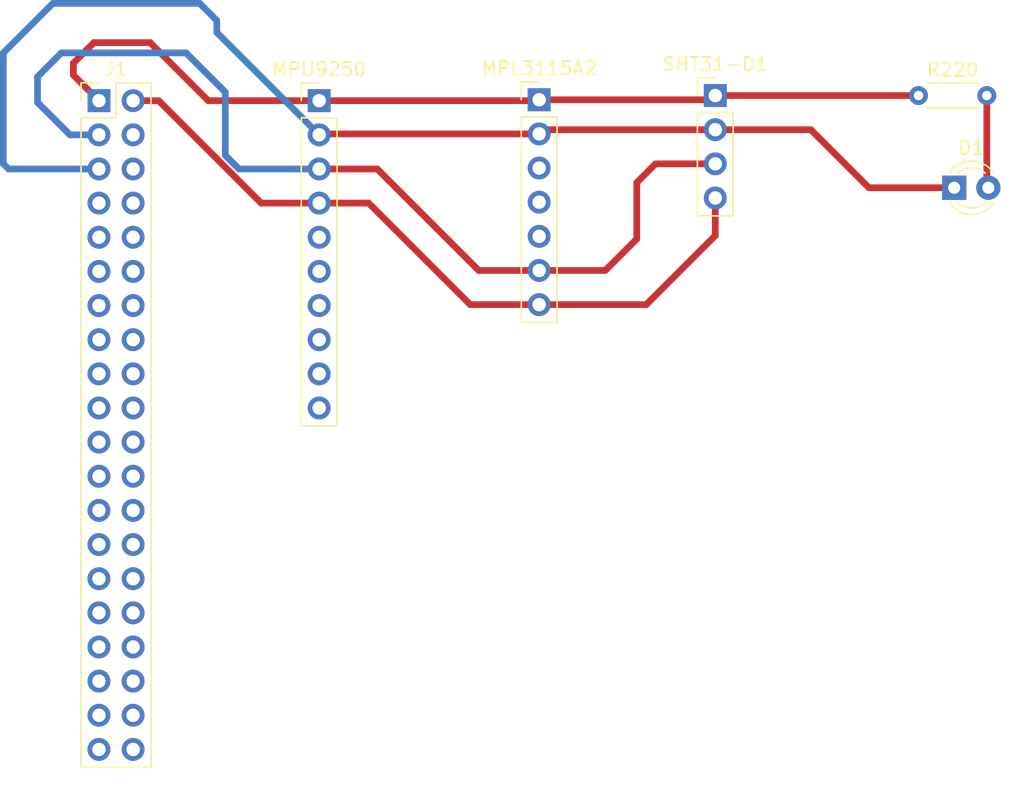
<source format=kicad_pcb>
(kicad_pcb (version 20211014) (generator pcbnew)
  (layers (0 "F.Cu" signal) (31 "B.Cu" signal) (34 "B.Paste" user) (35 "F.Paste" user) (36 "B.SilkS" user "B.Silkscreen") (37 "F.SilkS" user "F.Silkscreen") (38 "B.Mask" user) (39 "F.Mask" user) (44 "Edge.Cuts" user))
  (net 0 "")
  (net 1 "Net-(MPL3115A2-Pad2)")
  (net 2 "Net-(R220-Pad2)")
  (net 3 "Net-(MPL3115A2-Pad1)")
  (net 7 "Net-(MPL3115A2-Pad6)")
  (net 8 "Net-(MPL3115A2-Pad7)")
  (footprint "LED_THT:LED_D3.0mm" (layer "F.Cu") (at 176.525 73.787)
    (fp_text reference "D1" (at 1.27 -2.96) (layer "F.SilkS"))
    (fp_text value "LED_Filled")
    (fp_line (start -0.29 1.08) (end -0.29 1.236) (layer "F.SilkS") (width 0.12))
    (fp_line (start -0.29 -1.236) (end -0.29 -1.08) (layer "F.SilkS") (width 0.12))
    (fp_arc (start 2.31113 1.079837) (mid 1.270117 1.5) (end 0.229039 1.08) (layer "F.SilkS") (width 0.12))
    (fp_arc (start 2.942335 1.078608) (mid 1.366487 1.987659) (end -0.29 1.235516) (layer "F.SilkS") (width 0.12))
    (fp_arc (start 0.229039 -1.08) (mid 1.270117 -1.5) (end 2.31113 -1.079837) (layer "F.SilkS") (width 0.12))
    (fp_arc (start -0.29 -1.235516) (mid 1.366487 -1.987659) (end 2.942335 -1.078608) (layer "F.SilkS") (width 0.12))
    (pad "1" thru_hole rect (at 0 0) (size 1.8 1.8) (drill 0.9) (layers *.Cu *.Mask) (net 1 "Net-(MPL3115A2-Pad2)"))
    (pad "2" thru_hole circle (at 2.54 0) (size 1.8 1.8) (drill 0.9) (layers *.Cu *.Mask) (net 2 "Net-(R220-Pad2)"))
  )
  (footprint "Connector_PinHeader_2.54mm:PinHeader_1x07_P2.54mm_Vertical" (layer "F.Cu") (at 145.65 67.241)
    (fp_text reference "MPL3115A2" (at 0 -2.33) (layer "F.SilkS"))
    (fp_text value "Conn_01x07_Male")
    (fp_line (start -1.33 16.57) (end 1.33 16.57) (layer "F.SilkS") (width 0.12))
    (fp_line (start -1.33 1.27) (end -1.33 16.57) (layer "F.SilkS") (width 0.12))
    (fp_line (start -1.33 1.27) (end 1.33 1.27) (layer "F.SilkS") (width 0.12))
    (fp_line (start 1.33 1.27) (end 1.33 16.57) (layer "F.SilkS") (width 0.12))
    (fp_line (start -1.33 -1.33) (end 0 -1.33) (layer "F.SilkS") (width 0.12))
    (fp_line (start -1.33 0) (end -1.33 -1.33) (layer "F.SilkS") (width 0.12))
    (pad "1" thru_hole rect (at 0 0) (size 1.7 1.7) (drill 1) (layers *.Cu *.Mask) (net 3 "Net-(MPL3115A2-Pad1)"))
    (pad "2" thru_hole oval (at 0 2.54) (size 1.7 1.7) (drill 1) (layers *.Cu *.Mask) (net 1 "Net-(MPL3115A2-Pad2)"))
    (pad "3" thru_hole oval (at 0 5.08) (size 1.7 1.7) (drill 1) (layers *.Cu *.Mask))
    (pad "4" thru_hole oval (at 0 7.62) (size 1.7 1.7) (drill 1) (layers *.Cu *.Mask))
    (pad "5" thru_hole oval (at 0 10.16) (size 1.7 1.7) (drill 1) (layers *.Cu *.Mask))
    (pad "6" thru_hole oval (at 0 12.7) (size 1.7 1.7) (drill 1) (layers *.Cu *.Mask) (net 7 "Net-(MPL3115A2-Pad6)"))
    (pad "7" thru_hole oval (at 0 15.24) (size 1.7 1.7) (drill 1) (layers *.Cu *.Mask) (net 8 "Net-(MPL3115A2-Pad7)"))
  )
  (footprint "Connector_PinHeader_2.54mm:PinHeader_1x04_P2.54mm_Vertical" (layer "F.Cu") (at 158.75 66.929)
    (fp_text reference "SHT31-D1" (at 0 -2.33) (layer "F.SilkS"))
    (fp_text value "Conn_01x04_Male")
    (fp_line (start -1.33 1.27) (end 1.33 1.27) (layer "F.SilkS") (width 0.12))
    (fp_line (start -1.33 8.95) (end 1.33 8.95) (layer "F.SilkS") (width 0.12))
    (fp_line (start -1.33 -1.33) (end 0 -1.33) (layer "F.SilkS") (width 0.12))
    (fp_line (start -1.33 1.27) (end -1.33 8.95) (layer "F.SilkS") (width 0.12))
    (fp_line (start -1.33 0) (end -1.33 -1.33) (layer "F.SilkS") (width 0.12))
    (fp_line (start 1.33 1.27) (end 1.33 8.95) (layer "F.SilkS") (width 0.12))
    (pad "1" thru_hole rect (at 0 0) (size 1.7 1.7) (drill 1) (layers *.Cu *.Mask) (net 3 "Net-(MPL3115A2-Pad1)"))
    (pad "2" thru_hole oval (at 0 2.54) (size 1.7 1.7) (drill 1) (layers *.Cu *.Mask) (net 1 "Net-(MPL3115A2-Pad2)"))
    (pad "3" thru_hole oval (at 0 5.08) (size 1.7 1.7) (drill 1) (layers *.Cu *.Mask) (net 7 "Net-(MPL3115A2-Pad6)"))
    (pad "4" thru_hole oval (at 0 7.62) (size 1.7 1.7) (drill 1) (layers *.Cu *.Mask) (net 8 "Net-(MPL3115A2-Pad7)"))
  )
  (footprint "Connector_PinHeader_2.54mm:PinHeader_2x20_P2.54mm_Vertical" (layer "F.Cu") (at 112.903 67.31)
    (fp_text reference "J1" (at 1.27 -2.33) (layer "F.SilkS"))
    (fp_text value "Conn_02x20_Odd_Even")
    (fp_line (start -1.33 49.59) (end 3.87 49.59) (layer "F.SilkS") (width 0.12))
    (fp_line (start -1.33 1.27) (end 1.27 1.27) (layer "F.SilkS") (width 0.12))
    (fp_line (start 1.27 -1.33) (end 3.87 -1.33) (layer "F.SilkS") (width 0.12))
    (fp_line (start -1.33 -1.33) (end 0 -1.33) (layer "F.SilkS") (width 0.12))
    (fp_line (start -1.33 0) (end -1.33 -1.33) (layer "F.SilkS") (width 0.12))
    (fp_line (start -1.33 1.27) (end -1.33 49.59) (layer "F.SilkS") (width 0.12))
    (fp_line (start 3.87 -1.33) (end 3.87 49.59) (layer "F.SilkS") (width 0.12))
    (fp_line (start 1.27 1.27) (end 1.27 -1.33) (layer "F.SilkS") (width 0.12))
    (pad "1" thru_hole rect (at 0 0) (size 1.7 1.7) (drill 1) (layers *.Cu *.Mask) (net 3 "Net-(MPL3115A2-Pad1)"))
    (pad "2" thru_hole oval (at 2.54 0) (size 1.7 1.7) (drill 1) (layers *.Cu *.Mask) (net 8 "Net-(MPL3115A2-Pad7)"))
    (pad "3" thru_hole oval (at 0 2.54) (size 1.7 1.7) (drill 1) (layers *.Cu *.Mask) (net 7 "Net-(MPL3115A2-Pad6)"))
    (pad "4" thru_hole oval (at 2.54 2.54) (size 1.7 1.7) (drill 1) (layers *.Cu *.Mask))
    (pad "5" thru_hole oval (at 0 5.08) (size 1.7 1.7) (drill 1) (layers *.Cu *.Mask) (net 1 "Net-(MPL3115A2-Pad2)"))
    (pad "6" thru_hole oval (at 2.54 5.08) (size 1.7 1.7) (drill 1) (layers *.Cu *.Mask))
    (pad "7" thru_hole oval (at 0 7.62) (size 1.7 1.7) (drill 1) (layers *.Cu *.Mask))
    (pad "8" thru_hole oval (at 2.54 7.62) (size 1.7 1.7) (drill 1) (layers *.Cu *.Mask))
    (pad "9" thru_hole oval (at 0 10.16) (size 1.7 1.7) (drill 1) (layers *.Cu *.Mask))
    (pad "10" thru_hole oval (at 2.54 10.16) (size 1.7 1.7) (drill 1) (layers *.Cu *.Mask))
    (pad "11" thru_hole oval (at 0 12.7) (size 1.7 1.7) (drill 1) (layers *.Cu *.Mask))
    (pad "12" thru_hole oval (at 2.54 12.7) (size 1.7 1.7) (drill 1) (layers *.Cu *.Mask))
    (pad "13" thru_hole oval (at 0 15.24) (size 1.7 1.7) (drill 1) (layers *.Cu *.Mask))
    (pad "14" thru_hole oval (at 2.54 15.24) (size 1.7 1.7) (drill 1) (layers *.Cu *.Mask))
    (pad "15" thru_hole oval (at 0 17.78) (size 1.7 1.7) (drill 1) (layers *.Cu *.Mask))
    (pad "16" thru_hole oval (at 2.54 17.78) (size 1.7 1.7) (drill 1) (layers *.Cu *.Mask))
    (pad "17" thru_hole oval (at 0 20.32) (size 1.7 1.7) (drill 1) (layers *.Cu *.Mask))
    (pad "18" thru_hole oval (at 2.54 20.32) (size 1.7 1.7) (drill 1) (layers *.Cu *.Mask))
    (pad "19" thru_hole oval (at 0 22.86) (size 1.7 1.7) (drill 1) (layers *.Cu *.Mask))
    (pad "20" thru_hole oval (at 2.54 22.86) (size 1.7 1.7) (drill 1) (layers *.Cu *.Mask))
    (pad "21" thru_hole oval (at 0 25.4) (size 1.7 1.7) (drill 1) (layers *.Cu *.Mask))
    (pad "22" thru_hole oval (at 2.54 25.4) (size 1.7 1.7) (drill 1) (layers *.Cu *.Mask))
    (pad "23" thru_hole oval (at 0 27.94) (size 1.7 1.7) (drill 1) (layers *.Cu *.Mask))
    (pad "24" thru_hole oval (at 2.54 27.94) (size 1.7 1.7) (drill 1) (layers *.Cu *.Mask))
    (pad "25" thru_hole oval (at 0 30.48) (size 1.7 1.7) (drill 1) (layers *.Cu *.Mask))
    (pad "26" thru_hole oval (at 2.54 30.48) (size 1.7 1.7) (drill 1) (layers *.Cu *.Mask))
    (pad "27" thru_hole oval (at 0 33.02) (size 1.7 1.7) (drill 1) (layers *.Cu *.Mask))
    (pad "28" thru_hole oval (at 2.54 33.02) (size 1.7 1.7) (drill 1) (layers *.Cu *.Mask))
    (pad "29" thru_hole oval (at 0 35.56) (size 1.7 1.7) (drill 1) (layers *.Cu *.Mask))
    (pad "30" thru_hole oval (at 2.54 35.56) (size 1.7 1.7) (drill 1) (layers *.Cu *.Mask))
    (pad "31" thru_hole oval (at 0 38.1) (size 1.7 1.7) (drill 1) (layers *.Cu *.Mask))
    (pad "32" thru_hole oval (at 2.54 38.1) (size 1.7 1.7) (drill 1) (layers *.Cu *.Mask))
    (pad "33" thru_hole oval (at 0 40.64) (size 1.7 1.7) (drill 1) (layers *.Cu *.Mask))
    (pad "34" thru_hole oval (at 2.54 40.64) (size 1.7 1.7) (drill 1) (layers *.Cu *.Mask))
    (pad "35" thru_hole oval (at 0 43.18) (size 1.7 1.7) (drill 1) (layers *.Cu *.Mask))
    (pad "36" thru_hole oval (at 2.54 43.18) (size 1.7 1.7) (drill 1) (layers *.Cu *.Mask))
    (pad "37" thru_hole oval (at 0 45.72) (size 1.7 1.7) (drill 1) (layers *.Cu *.Mask))
    (pad "38" thru_hole oval (at 2.54 45.72) (size 1.7 1.7) (drill 1) (layers *.Cu *.Mask))
    (pad "39" thru_hole oval (at 0 48.26) (size 1.7 1.7) (drill 1) (layers *.Cu *.Mask))
    (pad "40" thru_hole oval (at 2.54 48.26) (size 1.7 1.7) (drill 1) (layers *.Cu *.Mask))
  )
  (footprint "Resistor_THT:R_Axial_DIN0204_L3.6mm_D1.6mm_P5.08mm_Horizontal" (layer "F.Cu") (at 173.868 66.929)
    (fp_text reference "R220" (at 2.54 -1.92) (layer "F.SilkS"))
    (fp_text value "R1")
    (fp_line (start 0.62 -0.92) (end 4.46 -0.92) (layer "F.SilkS") (width 0.12))
    (fp_line (start 0.62 0.92) (end 4.46 0.92) (layer "F.SilkS") (width 0.12))
    (pad "1" thru_hole circle (at 0 0) (size 1.4 1.4) (drill 0.7) (layers *.Cu *.Mask) (net 3 "Net-(MPL3115A2-Pad1)"))
    (pad "2" thru_hole oval (at 5.08 0) (size 1.4 1.4) (drill 0.7) (layers *.Cu *.Mask) (net 2 "Net-(R220-Pad2)"))
  )
  (footprint "Connector_PinHeader_2.54mm:PinHeader_1x10_P2.54mm_Vertical" (layer "F.Cu") (at 129.286 67.31)
    (fp_text reference "MPU9250" (at 0 -2.33) (layer "F.SilkS"))
    (fp_text value "Conn_01x10_Male")
    (fp_line (start -1.33 -1.33) (end 0 -1.33) (layer "F.SilkS") (width 0.12))
    (fp_line (start 1.33 1.27) (end 1.33 24.19) (layer "F.SilkS") (width 0.12))
    (fp_line (start -1.33 0) (end -1.33 -1.33) (layer "F.SilkS") (width 0.12))
    (fp_line (start -1.33 1.27) (end -1.33 24.19) (layer "F.SilkS") (width 0.12))
    (fp_line (start -1.33 1.27) (end 1.33 1.27) (layer "F.SilkS") (width 0.12))
    (fp_line (start -1.33 24.19) (end 1.33 24.19) (layer "F.SilkS") (width 0.12))
    (pad "1" thru_hole rect (at 0 0) (size 1.7 1.7) (drill 1) (layers *.Cu *.Mask) (net 3 "Net-(MPL3115A2-Pad1)"))
    (pad "2" thru_hole oval (at 0 2.54) (size 1.7 1.7) (drill 1) (layers *.Cu *.Mask) (net 1 "Net-(MPL3115A2-Pad2)"))
    (pad "3" thru_hole oval (at 0 5.08) (size 1.7 1.7) (drill 1) (layers *.Cu *.Mask) (net 7 "Net-(MPL3115A2-Pad6)"))
    (pad "4" thru_hole oval (at 0 7.62) (size 1.7 1.7) (drill 1) (layers *.Cu *.Mask) (net 8 "Net-(MPL3115A2-Pad7)"))
    (pad "5" thru_hole oval (at 0 10.16) (size 1.7 1.7) (drill 1) (layers *.Cu *.Mask))
    (pad "6" thru_hole oval (at 0 12.7) (size 1.7 1.7) (drill 1) (layers *.Cu *.Mask))
    (pad "7" thru_hole oval (at 0 15.24) (size 1.7 1.7) (drill 1) (layers *.Cu *.Mask))
    (pad "8" thru_hole oval (at 0 17.78) (size 1.7 1.7) (drill 1) (layers *.Cu *.Mask))
    (pad "9" thru_hole oval (at 0 20.32) (size 1.7 1.7) (drill 1) (layers *.Cu *.Mask))
    (pad "10" thru_hole oval (at 0 22.86) (size 1.7 1.7) (drill 1) (layers *.Cu *.Mask))
  )
  (segment (start 145.962 69.469) (end 145.65 69.781) (width 0.5) (layer "F.Cu") (net 1))
  (segment (start 158.75 69.469) (end 145.962 69.469) (width 0.5) (layer "F.Cu") (net 1))
  (segment (start 170.18 73.787) (end 165.862 69.469) (width 0.5) (layer "F.Cu") (net 1))
  (segment (start 129.355 69.781) (end 129.286 69.85) (width 0.5) (layer "F.Cu") (net 1))
  (segment (start 176.525 73.787) (end 170.18 73.787) (width 0.5) (layer "F.Cu") (net 1))
  (segment (start 145.65 69.781) (end 129.355 69.781) (width 0.5) (layer "F.Cu") (net 1))
  (segment (start 165.862 69.469) (end 158.75 69.469) (width 0.5) (layer "F.Cu") (net 1))
  (segment (start 121.666 62.23) (end 121.666 61.341) (width 0.5) (layer "B.Cu") (net 1))
  (segment (start 105.791 63.754) (end 105.791 72.009) (width 0.5) (layer "B.Cu") (net 1))
  (segment (start 106.172 72.39) (end 112.903 72.39) (width 0.5) (layer "B.Cu") (net 1))
  (segment (start 121.666 61.341) (end 120.396 60.071) (width 0.5) (layer "B.Cu") (net 1))
  (segment (start 120.396 60.071) (end 109.474 60.071) (width 0.5) (layer "B.Cu") (net 1))
  (segment (start 109.474 60.071) (end 105.791 63.754) (width 0.5) (layer "B.Cu") (net 1))
  (segment (start 129.286 69.85) (end 121.666 62.23) (width 0.5) (layer "B.Cu") (net 1))
  (segment (start 105.791 72.009) (end 106.172 72.39) (width 0.5) (layer "B.Cu") (net 1))
  (segment (start 178.948 66.929) (end 178.948 73.67) (width 0.5) (layer "F.Cu") (net 2))
  (segment (start 178.948 73.67) (end 179.065 73.787) (width 0.5) (layer "F.Cu") (net 2))
  (segment (start 112.903 67.31) (end 110.998 65.405) (width 0.5) (layer "F.Cu") (net 3))
  (segment (start 145.65 67.241) (end 158.438 67.241) (width 0.5) (layer "F.Cu") (net 3))
  (segment (start 129.286 67.31) (end 145.581 67.31) (width 0.5) (layer "F.Cu") (net 3))
  (segment (start 112.522 62.992) (end 116.713 62.992) (width 0.5) (layer "F.Cu") (net 3))
  (segment (start 173.868 66.929) (end 158.75 66.929) (width 0.5) (layer "F.Cu") (net 3))
  (segment (start 110.998 65.405) (end 110.998 64.516) (width 0.5) (layer "F.Cu") (net 3))
  (segment (start 121.031 67.31) (end 129.286 67.31) (width 0.5) (layer "F.Cu") (net 3))
  (segment (start 110.998 64.516) (end 112.522 62.992) (width 0.5) (layer "F.Cu") (net 3))
  (segment (start 145.581 67.31) (end 145.65 67.241) (width 0.5) (layer "F.Cu") (net 3))
  (segment (start 116.713 62.992) (end 121.031 67.31) (width 0.5) (layer "F.Cu") (net 3))
  (segment (start 158.438 67.241) (end 158.75 66.929) (width 0.5) (layer "F.Cu") (net 3))
  (segment (start 133.604 72.39) (end 141.155 79.941) (width 0.5) (layer "F.Cu") (net 7))
  (segment (start 129.286 72.39) (end 133.604 72.39) (width 0.5) (layer "F.Cu") (net 7))
  (segment (start 145.65 79.941) (end 150.564 79.941) (width 0.5) (layer "F.Cu") (net 7))
  (segment (start 154.305 72.009) (end 158.75 72.009) (width 0.5) (layer "F.Cu") (net 7))
  (segment (start 152.908 73.406) (end 154.305 72.009) (width 0.5) (layer "F.Cu") (net 7))
  (segment (start 152.908 77.597) (end 152.908 73.406) (width 0.5) (layer "F.Cu") (net 7))
  (segment (start 150.564 79.941) (end 152.908 77.597) (width 0.5) (layer "F.Cu") (net 7))
  (segment (start 141.155 79.941) (end 145.65 79.941) (width 0.5) (layer "F.Cu") (net 7))
  (segment (start 108.331 67.437) (end 108.331 65.532) (width 0.5) (layer "B.Cu") (net 7))
  (segment (start 108.331 65.532) (end 110.109 63.754) (width 0.5) (layer "B.Cu") (net 7))
  (segment (start 122.301 66.675) (end 122.301 71.374) (width 0.5) (layer "B.Cu") (net 7))
  (segment (start 112.903 69.85) (end 110.744 69.85) (width 0.5) (layer "B.Cu") (net 7))
  (segment (start 110.109 63.754) (end 119.38 63.754) (width 0.5) (layer "B.Cu") (net 7))
  (segment (start 119.38 63.754) (end 122.301 66.675) (width 0.5) (layer "B.Cu") (net 7))
  (segment (start 122.301 71.374) (end 123.317 72.39) (width 0.5) (layer "B.Cu") (net 7))
  (segment (start 123.317 72.39) (end 129.286 72.39) (width 0.5) (layer "B.Cu") (net 7))
  (segment (start 110.744 69.85) (end 108.331 67.437) (width 0.5) (layer "B.Cu") (net 7))
  (segment (start 115.443 67.31) (end 117.348 67.31) (width 0.5) (layer "F.Cu") (net 8))
  (segment (start 132.969 74.93) (end 140.52 82.481) (width 0.5) (layer "F.Cu") (net 8))
  (segment (start 153.612 82.481) (end 145.65 82.481) (width 0.5) (layer "F.Cu") (net 8))
  (segment (start 117.348 67.31) (end 124.968 74.93) (width 0.5) (layer "F.Cu") (net 8))
  (segment (start 158.75 74.549) (end 158.75 77.343) (width 0.5) (layer "F.Cu") (net 8))
  (segment (start 140.52 82.481) (end 145.65 82.481) (width 0.5) (layer "F.Cu") (net 8))
  (segment (start 124.968 74.93) (end 129.286 74.93) (width 0.5) (layer "F.Cu") (net 8))
  (segment (start 129.286 74.93) (end 132.969 74.93) (width 0.5) (layer "F.Cu") (net 8))
  (segment (start 158.75 77.343) (end 153.612 82.481) (width 0.5) (layer "F.Cu") (net 8))
)
</source>
